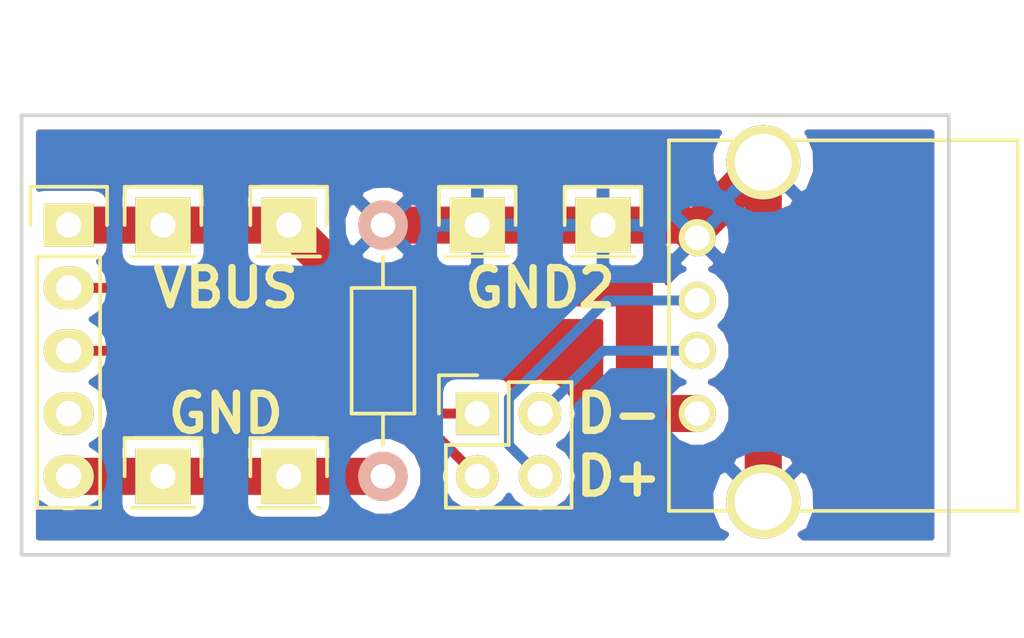
<source format=kicad_pcb>
(kicad_pcb (version 4) (host pcbnew 4.0.2+dfsg1-stable)

  (general
    (links 15)
    (no_connects 0)
    (area 132.964286 90.95 174.715001 117.18)
    (thickness 1.6)
    (drawings 9)
    (tracks 30)
    (zones 0)
    (modules 10)
    (nets 8)
  )

  (page A4)
  (layers
    (0 F.Cu signal)
    (31 B.Cu signal)
    (32 B.Adhes user)
    (33 F.Adhes user)
    (34 B.Paste user)
    (35 F.Paste user)
    (36 B.SilkS user)
    (37 F.SilkS user)
    (38 B.Mask user)
    (39 F.Mask user)
    (40 Dwgs.User user)
    (41 Cmts.User user)
    (42 Eco1.User user)
    (43 Eco2.User user)
    (44 Edge.Cuts user)
    (45 Margin user)
    (46 B.CrtYd user)
    (47 F.CrtYd user)
    (48 B.Fab user)
    (49 F.Fab user)
  )

  (setup
    (last_trace_width 0.4)
    (trace_clearance 0.2)
    (zone_clearance 0.508)
    (zone_45_only no)
    (trace_min 0.2)
    (segment_width 0.2)
    (edge_width 0.15)
    (via_size 0.6)
    (via_drill 0.4)
    (via_min_size 0.4)
    (via_min_drill 0.3)
    (uvia_size 0.3)
    (uvia_drill 0.1)
    (uvias_allowed no)
    (uvia_min_size 0.2)
    (uvia_min_drill 0.1)
    (pcb_text_width 0.3)
    (pcb_text_size 1.5 1.5)
    (mod_edge_width 0.15)
    (mod_text_size 1 1)
    (mod_text_width 0.15)
    (pad_size 1.524 1.524)
    (pad_drill 0.762)
    (pad_to_mask_clearance 0.2)
    (aux_axis_origin 0 0)
    (visible_elements FFFFFF7F)
    (pcbplotparams
      (layerselection 0x000f0_80000001)
      (usegerberextensions true)
      (excludeedgelayer true)
      (linewidth 0.100000)
      (plotframeref false)
      (viasonmask false)
      (mode 1)
      (useauxorigin false)
      (hpglpennumber 1)
      (hpglpenspeed 20)
      (hpglpendiameter 15)
      (hpglpenoverlay 2)
      (psnegative false)
      (psa4output false)
      (plotreference false)
      (plotvalue true)
      (plotinvisibletext false)
      (padsonsilk false)
      (subtractmaskfromsilk true)
      (outputformat 1)
      (mirror false)
      (drillshape 0)
      (scaleselection 1)
      (outputdirectory ""))
  )

  (net 0 "")
  (net 1 /VCC)
  (net 2 /D-)
  (net 3 /D+)
  (net 4 /GND1)
  (net 5 /GND2)
  (net 6 /D+2)
  (net 7 /D-2)

  (net_class Default "This is the default net class."
    (clearance 0.2)
    (trace_width 0.4)
    (via_dia 0.6)
    (via_drill 0.4)
    (uvia_dia 0.3)
    (uvia_drill 0.1)
    (add_net /D+)
    (add_net /D+2)
    (add_net /D-)
    (add_net /D-2)
  )

  (net_class power ""
    (clearance 0.2)
    (trace_width 1.5)
    (via_dia 0.6)
    (via_drill 0.4)
    (uvia_dia 0.3)
    (uvia_drill 0.1)
    (add_net /GND1)
    (add_net /GND2)
    (add_net /VCC)
  )

  (module Connect:USB_A (layer F.Cu) (tedit 57589701) (tstamp 575887E5)
    (at 161.29 107.95 90)
    (descr "USB A connector")
    (tags "USB USB_A")
    (path /575883C0)
    (fp_text reference P8 (at -2.54 -2.35 90) (layer F.SilkS) hide
      (effects (font (size 1 1) (thickness 0.15)))
    )
    (fp_text value USB_A (at 3.83794 7.43458 90) (layer F.Fab)
      (effects (font (size 1 1) (thickness 0.15)))
    )
    (fp_line (start -5.3 13.2) (end -5.3 -1.4) (layer F.CrtYd) (width 0.05))
    (fp_line (start 11.95 -1.4) (end 11.95 13.2) (layer F.CrtYd) (width 0.05))
    (fp_line (start -5.3 13.2) (end 11.95 13.2) (layer F.CrtYd) (width 0.05))
    (fp_line (start -5.3 -1.4) (end 11.95 -1.4) (layer F.CrtYd) (width 0.05))
    (fp_line (start 11.04986 -1.14512) (end 11.04986 12.95188) (layer F.SilkS) (width 0.15))
    (fp_line (start -3.93614 12.95188) (end -3.93614 -1.14512) (layer F.SilkS) (width 0.15))
    (fp_line (start 11.04986 -1.14512) (end -3.93614 -1.14512) (layer F.SilkS) (width 0.15))
    (fp_line (start 11.04986 12.95188) (end -3.93614 12.95188) (layer F.SilkS) (width 0.15))
    (pad 4 thru_hole circle (at 7.11286 -0.00212) (size 1.50114 1.50114) (drill 1.00076) (layers *.Cu *.Mask F.SilkS)
      (net 5 /GND2))
    (pad 3 thru_hole circle (at 4.57286 -0.00212) (size 1.50114 1.50114) (drill 1.00076) (layers *.Cu *.Mask F.SilkS)
      (net 6 /D+2))
    (pad 2 thru_hole circle (at 2.54086 -0.00212) (size 1.50114 1.50114) (drill 1.00076) (layers *.Cu *.Mask F.SilkS)
      (net 7 /D-2))
    (pad 1 thru_hole circle (at 0.00086 -0.00212) (size 1.50114 1.50114) (drill 1.00076) (layers *.Cu *.Mask F.SilkS)
      (net 1 /VCC))
    (pad 5 thru_hole circle (at 10.16086 2.66488) (size 2.99974 2.99974) (drill 2.30124) (layers *.Cu *.Mask F.SilkS)
      (net 5 /GND2))
    (pad 5 thru_hole circle (at -3.55514 2.66488) (size 2.99974 2.99974) (drill 2.30124) (layers *.Cu *.Mask F.SilkS)
      (net 5 /GND2))
    (model Connect.3dshapes/USB_A.wrl
      (at (xyz 0.14 0 0))
      (scale (xyz 1 1 1))
      (rotate (xyz 0 0 90))
    )
  )

  (module Pin_Headers:Pin_Header_Straight_1x01 (layer F.Cu) (tedit 57589753) (tstamp 575887C2)
    (at 144.78 110.49)
    (descr "Through hole pin header")
    (tags "pin header")
    (path /575885CC)
    (fp_text reference P2 (at 0 -2.54) (layer F.SilkS) hide
      (effects (font (size 1 1) (thickness 0.15)))
    )
    (fp_text value CONN_01X01 (at 0 5.715) (layer F.Fab)
      (effects (font (size 1 1) (thickness 0.15)))
    )
    (fp_line (start 1.55 -1.55) (end 1.55 0) (layer F.SilkS) (width 0.15))
    (fp_line (start -1.75 -1.75) (end -1.75 1.75) (layer F.CrtYd) (width 0.05))
    (fp_line (start 1.75 -1.75) (end 1.75 1.75) (layer F.CrtYd) (width 0.05))
    (fp_line (start -1.75 -1.75) (end 1.75 -1.75) (layer F.CrtYd) (width 0.05))
    (fp_line (start -1.75 1.75) (end 1.75 1.75) (layer F.CrtYd) (width 0.05))
    (fp_line (start -1.55 0) (end -1.55 -1.55) (layer F.SilkS) (width 0.15))
    (fp_line (start -1.55 -1.55) (end 1.55 -1.55) (layer F.SilkS) (width 0.15))
    (fp_line (start -1.27 1.27) (end 1.27 1.27) (layer F.SilkS) (width 0.15))
    (pad 1 thru_hole rect (at 0 0) (size 2.2352 2.2352) (drill 1.016) (layers *.Cu *.Mask F.SilkS)
      (net 4 /GND1))
    (model Pin_Headers.3dshapes/Pin_Header_Straight_1x01.wrl
      (at (xyz 0 0 0))
      (scale (xyz 1 1 1))
      (rotate (xyz 0 0 90))
    )
  )

  (module Pin_Headers:Pin_Header_Straight_1x01 (layer F.Cu) (tedit 57589755) (tstamp 575887C7)
    (at 139.7 110.49)
    (descr "Through hole pin header")
    (tags "pin header")
    (path /5758862B)
    (fp_text reference P3 (at 0 -2.54) (layer F.SilkS) hide
      (effects (font (size 1 1) (thickness 0.15)))
    )
    (fp_text value CONN_01X01 (at 0 4.445) (layer F.Fab)
      (effects (font (size 1 1) (thickness 0.15)))
    )
    (fp_line (start 1.55 -1.55) (end 1.55 0) (layer F.SilkS) (width 0.15))
    (fp_line (start -1.75 -1.75) (end -1.75 1.75) (layer F.CrtYd) (width 0.05))
    (fp_line (start 1.75 -1.75) (end 1.75 1.75) (layer F.CrtYd) (width 0.05))
    (fp_line (start -1.75 -1.75) (end 1.75 -1.75) (layer F.CrtYd) (width 0.05))
    (fp_line (start -1.75 1.75) (end 1.75 1.75) (layer F.CrtYd) (width 0.05))
    (fp_line (start -1.55 0) (end -1.55 -1.55) (layer F.SilkS) (width 0.15))
    (fp_line (start -1.55 -1.55) (end 1.55 -1.55) (layer F.SilkS) (width 0.15))
    (fp_line (start -1.27 1.27) (end 1.27 1.27) (layer F.SilkS) (width 0.15))
    (pad 1 thru_hole rect (at 0 0) (size 2.2352 2.2352) (drill 1.016) (layers *.Cu *.Mask F.SilkS)
      (net 4 /GND1))
    (model Pin_Headers.3dshapes/Pin_Header_Straight_1x01.wrl
      (at (xyz 0 0 0))
      (scale (xyz 1 1 1))
      (rotate (xyz 0 0 90))
    )
  )

  (module Pin_Headers:Pin_Header_Straight_1x01 (layer F.Cu) (tedit 5758975C) (tstamp 575887CC)
    (at 144.78 100.33)
    (descr "Through hole pin header")
    (tags "pin header")
    (path /57588538)
    (fp_text reference P4 (at 0 -2.54) (layer F.SilkS) hide
      (effects (font (size 1 1) (thickness 0.15)))
    )
    (fp_text value CONN_01X01 (at 0 -5.715) (layer F.Fab)
      (effects (font (size 1 1) (thickness 0.15)))
    )
    (fp_line (start 1.55 -1.55) (end 1.55 0) (layer F.SilkS) (width 0.15))
    (fp_line (start -1.75 -1.75) (end -1.75 1.75) (layer F.CrtYd) (width 0.05))
    (fp_line (start 1.75 -1.75) (end 1.75 1.75) (layer F.CrtYd) (width 0.05))
    (fp_line (start -1.75 -1.75) (end 1.75 -1.75) (layer F.CrtYd) (width 0.05))
    (fp_line (start -1.75 1.75) (end 1.75 1.75) (layer F.CrtYd) (width 0.05))
    (fp_line (start -1.55 0) (end -1.55 -1.55) (layer F.SilkS) (width 0.15))
    (fp_line (start -1.55 -1.55) (end 1.55 -1.55) (layer F.SilkS) (width 0.15))
    (fp_line (start -1.27 1.27) (end 1.27 1.27) (layer F.SilkS) (width 0.15))
    (pad 1 thru_hole rect (at 0 0) (size 2.2352 2.2352) (drill 1.016) (layers *.Cu *.Mask F.SilkS)
      (net 1 /VCC))
    (model Pin_Headers.3dshapes/Pin_Header_Straight_1x01.wrl
      (at (xyz 0 0 0))
      (scale (xyz 1 1 1))
      (rotate (xyz 0 0 90))
    )
  )

  (module Pin_Headers:Pin_Header_Straight_1x01 (layer F.Cu) (tedit 57589760) (tstamp 575887D1)
    (at 157.48 100.33)
    (descr "Through hole pin header")
    (tags "pin header")
    (path /5758867A)
    (fp_text reference P5 (at 0 -2.54) (layer F.SilkS) hide
      (effects (font (size 1 1) (thickness 0.15)))
    )
    (fp_text value CONN_01X01 (at 0 -5.715) (layer F.Fab)
      (effects (font (size 1 1) (thickness 0.15)))
    )
    (fp_line (start 1.55 -1.55) (end 1.55 0) (layer F.SilkS) (width 0.15))
    (fp_line (start -1.75 -1.75) (end -1.75 1.75) (layer F.CrtYd) (width 0.05))
    (fp_line (start 1.75 -1.75) (end 1.75 1.75) (layer F.CrtYd) (width 0.05))
    (fp_line (start -1.75 -1.75) (end 1.75 -1.75) (layer F.CrtYd) (width 0.05))
    (fp_line (start -1.75 1.75) (end 1.75 1.75) (layer F.CrtYd) (width 0.05))
    (fp_line (start -1.55 0) (end -1.55 -1.55) (layer F.SilkS) (width 0.15))
    (fp_line (start -1.55 -1.55) (end 1.55 -1.55) (layer F.SilkS) (width 0.15))
    (fp_line (start -1.27 1.27) (end 1.27 1.27) (layer F.SilkS) (width 0.15))
    (pad 1 thru_hole rect (at 0 0) (size 2.2352 2.2352) (drill 1.016) (layers *.Cu *.Mask F.SilkS)
      (net 5 /GND2))
    (model Pin_Headers.3dshapes/Pin_Header_Straight_1x01.wrl
      (at (xyz 0 0 0))
      (scale (xyz 1 1 1))
      (rotate (xyz 0 0 90))
    )
  )

  (module Pin_Headers:Pin_Header_Straight_1x01 (layer F.Cu) (tedit 57589759) (tstamp 575887D6)
    (at 139.7 100.33)
    (descr "Through hole pin header")
    (tags "pin header")
    (path /57588563)
    (fp_text reference P6 (at 0 -2.54) (layer F.SilkS) hide
      (effects (font (size 1 1) (thickness 0.15)))
    )
    (fp_text value CONN_01X01 (at 0 -8.255) (layer F.Fab)
      (effects (font (size 1 1) (thickness 0.15)))
    )
    (fp_line (start 1.55 -1.55) (end 1.55 0) (layer F.SilkS) (width 0.15))
    (fp_line (start -1.75 -1.75) (end -1.75 1.75) (layer F.CrtYd) (width 0.05))
    (fp_line (start 1.75 -1.75) (end 1.75 1.75) (layer F.CrtYd) (width 0.05))
    (fp_line (start -1.75 -1.75) (end 1.75 -1.75) (layer F.CrtYd) (width 0.05))
    (fp_line (start -1.75 1.75) (end 1.75 1.75) (layer F.CrtYd) (width 0.05))
    (fp_line (start -1.55 0) (end -1.55 -1.55) (layer F.SilkS) (width 0.15))
    (fp_line (start -1.55 -1.55) (end 1.55 -1.55) (layer F.SilkS) (width 0.15))
    (fp_line (start -1.27 1.27) (end 1.27 1.27) (layer F.SilkS) (width 0.15))
    (pad 1 thru_hole rect (at 0 0) (size 2.2352 2.2352) (drill 1.016) (layers *.Cu *.Mask F.SilkS)
      (net 1 /VCC))
    (model Pin_Headers.3dshapes/Pin_Header_Straight_1x01.wrl
      (at (xyz 0 0 0))
      (scale (xyz 1 1 1))
      (rotate (xyz 0 0 90))
    )
  )

  (module Pin_Headers:Pin_Header_Straight_1x01 (layer F.Cu) (tedit 5758975E) (tstamp 575887DB)
    (at 152.4 100.33)
    (descr "Through hole pin header")
    (tags "pin header")
    (path /575886BF)
    (fp_text reference P7 (at 0 -2.54) (layer F.SilkS) hide
      (effects (font (size 1 1) (thickness 0.15)))
    )
    (fp_text value CONN_01X01 (at 0 -7.62) (layer F.Fab)
      (effects (font (size 1 1) (thickness 0.15)))
    )
    (fp_line (start 1.55 -1.55) (end 1.55 0) (layer F.SilkS) (width 0.15))
    (fp_line (start -1.75 -1.75) (end -1.75 1.75) (layer F.CrtYd) (width 0.05))
    (fp_line (start 1.75 -1.75) (end 1.75 1.75) (layer F.CrtYd) (width 0.05))
    (fp_line (start -1.75 -1.75) (end 1.75 -1.75) (layer F.CrtYd) (width 0.05))
    (fp_line (start -1.75 1.75) (end 1.75 1.75) (layer F.CrtYd) (width 0.05))
    (fp_line (start -1.55 0) (end -1.55 -1.55) (layer F.SilkS) (width 0.15))
    (fp_line (start -1.55 -1.55) (end 1.55 -1.55) (layer F.SilkS) (width 0.15))
    (fp_line (start -1.27 1.27) (end 1.27 1.27) (layer F.SilkS) (width 0.15))
    (pad 1 thru_hole rect (at 0 0) (size 2.2352 2.2352) (drill 1.016) (layers *.Cu *.Mask F.SilkS)
      (net 5 /GND2))
    (model Pin_Headers.3dshapes/Pin_Header_Straight_1x01.wrl
      (at (xyz 0 0 0))
      (scale (xyz 1 1 1))
      (rotate (xyz 0 0 90))
    )
  )

  (module Resistors_ThroughHole:Resistor_Horizontal_RM10mm (layer F.Cu) (tedit 57589703) (tstamp 575887EB)
    (at 148.59 100.33 270)
    (descr "Resistor, Axial,  RM 10mm, 1/3W")
    (tags "Resistor Axial RM 10mm 1/3W")
    (path /575884BB)
    (fp_text reference R1 (at 6.35 -2.54 270) (layer F.SilkS) hide
      (effects (font (size 1 1) (thickness 0.15)))
    )
    (fp_text value R (at -2.54 0 270) (layer F.Fab)
      (effects (font (size 1 1) (thickness 0.15)))
    )
    (fp_line (start -1.25 -1.5) (end 11.4 -1.5) (layer F.CrtYd) (width 0.05))
    (fp_line (start -1.25 1.5) (end -1.25 -1.5) (layer F.CrtYd) (width 0.05))
    (fp_line (start 11.4 -1.5) (end 11.4 1.5) (layer F.CrtYd) (width 0.05))
    (fp_line (start -1.25 1.5) (end 11.4 1.5) (layer F.CrtYd) (width 0.05))
    (fp_line (start 2.54 -1.27) (end 7.62 -1.27) (layer F.SilkS) (width 0.15))
    (fp_line (start 7.62 -1.27) (end 7.62 1.27) (layer F.SilkS) (width 0.15))
    (fp_line (start 7.62 1.27) (end 2.54 1.27) (layer F.SilkS) (width 0.15))
    (fp_line (start 2.54 1.27) (end 2.54 -1.27) (layer F.SilkS) (width 0.15))
    (fp_line (start 2.54 0) (end 1.27 0) (layer F.SilkS) (width 0.15))
    (fp_line (start 7.62 0) (end 8.89 0) (layer F.SilkS) (width 0.15))
    (pad 1 thru_hole circle (at 0 0 270) (size 1.99898 1.99898) (drill 1.00076) (layers *.Cu *.SilkS *.Mask)
      (net 5 /GND2))
    (pad 2 thru_hole circle (at 10.16 0 270) (size 1.99898 1.99898) (drill 1.00076) (layers *.Cu *.SilkS *.Mask)
      (net 4 /GND1))
    (model Resistors_ThroughHole.3dshapes/Resistor_Horizontal_RM10mm.wrl
      (at (xyz 0.2 0 0))
      (scale (xyz 0.4 0.4 0.4))
      (rotate (xyz 0 0 0))
    )
  )

  (module Pin_Headers:Pin_Header_Straight_1x05 (layer F.Cu) (tedit 57589B05) (tstamp 57589A53)
    (at 135.89 100.33)
    (descr "Through hole pin header")
    (tags "pin header")
    (path /57588365)
    (fp_text reference P1 (at 0 -5.1) (layer F.SilkS) hide
      (effects (font (size 1 1) (thickness 0.15)))
    )
    (fp_text value USB_OTG (at 0.635 -5.715) (layer F.Fab)
      (effects (font (size 1 1) (thickness 0.15)))
    )
    (fp_line (start -1.55 0) (end -1.55 -1.55) (layer F.SilkS) (width 0.15))
    (fp_line (start -1.55 -1.55) (end 1.55 -1.55) (layer F.SilkS) (width 0.15))
    (fp_line (start 1.55 -1.55) (end 1.55 0) (layer F.SilkS) (width 0.15))
    (fp_line (start -1.75 -1.75) (end -1.75 11.95) (layer F.CrtYd) (width 0.05))
    (fp_line (start 1.75 -1.75) (end 1.75 11.95) (layer F.CrtYd) (width 0.05))
    (fp_line (start -1.75 -1.75) (end 1.75 -1.75) (layer F.CrtYd) (width 0.05))
    (fp_line (start -1.75 11.95) (end 1.75 11.95) (layer F.CrtYd) (width 0.05))
    (fp_line (start 1.27 1.27) (end 1.27 11.43) (layer F.SilkS) (width 0.15))
    (fp_line (start 1.27 11.43) (end -1.27 11.43) (layer F.SilkS) (width 0.15))
    (fp_line (start -1.27 11.43) (end -1.27 1.27) (layer F.SilkS) (width 0.15))
    (fp_line (start 1.27 1.27) (end -1.27 1.27) (layer F.SilkS) (width 0.15))
    (pad 1 thru_hole rect (at 0 0) (size 2.032 1.7272) (drill 1.016) (layers *.Cu *.Mask F.SilkS)
      (net 1 /VCC))
    (pad 2 thru_hole oval (at 0 2.54) (size 2.032 1.7272) (drill 1.016) (layers *.Cu *.Mask F.SilkS)
      (net 2 /D-))
    (pad 3 thru_hole oval (at 0 5.08) (size 2.032 1.7272) (drill 1.016) (layers *.Cu *.Mask F.SilkS)
      (net 3 /D+))
    (pad 4 thru_hole oval (at 0 7.62) (size 2.032 1.7272) (drill 1.016) (layers *.Cu *.Mask F.SilkS))
    (pad 5 thru_hole oval (at 0 10.16) (size 2.032 1.7272) (drill 1.016) (layers *.Cu *.Mask F.SilkS)
      (net 4 /GND1))
    (model Pin_Headers.3dshapes/Pin_Header_Straight_1x05.wrl
      (at (xyz 0 -0.2 0))
      (scale (xyz 1 1 1))
      (rotate (xyz 0 0 90))
    )
  )

  (module Pin_Headers:Pin_Header_Straight_2x02 (layer F.Cu) (tedit 578A0AD0) (tstamp 575B49C8)
    (at 152.4 107.95)
    (descr "Through hole pin header")
    (tags "pin header")
    (path /575AA269)
    (fp_text reference P9 (at 0 -5.1) (layer F.SilkS) hide
      (effects (font (size 1 1) (thickness 0.15)))
    )
    (fp_text value CONN_02X02 (at 1.27 6.985) (layer F.Fab)
      (effects (font (size 1 1) (thickness 0.15)))
    )
    (fp_line (start -1.75 -1.75) (end -1.75 4.3) (layer F.CrtYd) (width 0.05))
    (fp_line (start 4.3 -1.75) (end 4.3 4.3) (layer F.CrtYd) (width 0.05))
    (fp_line (start -1.75 -1.75) (end 4.3 -1.75) (layer F.CrtYd) (width 0.05))
    (fp_line (start -1.75 4.3) (end 4.3 4.3) (layer F.CrtYd) (width 0.05))
    (fp_line (start -1.55 0) (end -1.55 -1.55) (layer F.SilkS) (width 0.15))
    (fp_line (start 0 -1.55) (end -1.55 -1.55) (layer F.SilkS) (width 0.15))
    (fp_line (start -1.27 1.27) (end 1.27 1.27) (layer F.SilkS) (width 0.15))
    (fp_line (start 1.27 1.27) (end 1.27 -1.27) (layer F.SilkS) (width 0.15))
    (fp_line (start 1.27 -1.27) (end 3.81 -1.27) (layer F.SilkS) (width 0.15))
    (fp_line (start 3.81 -1.27) (end 3.81 3.81) (layer F.SilkS) (width 0.15))
    (fp_line (start 3.81 3.81) (end -1.27 3.81) (layer F.SilkS) (width 0.15))
    (fp_line (start -1.27 3.81) (end -1.27 1.27) (layer F.SilkS) (width 0.15))
    (pad 1 thru_hole rect (at 0 0) (size 1.7272 1.7272) (drill 1.016) (layers *.Cu *.Mask F.SilkS)
      (net 2 /D-))
    (pad 2 thru_hole oval (at 2.54 0) (size 1.7272 1.7272) (drill 1.016) (layers *.Cu *.Mask F.SilkS)
      (net 7 /D-2))
    (pad 3 thru_hole oval (at 0 2.54) (size 1.7272 1.7272) (drill 1.016) (layers *.Cu *.Mask F.SilkS)
      (net 3 /D+))
    (pad 4 thru_hole oval (at 2.54 2.54) (size 1.7272 1.7272) (drill 1.016) (layers *.Cu *.Mask F.SilkS)
      (net 6 /D+2))
    (model Pin_Headers.3dshapes/Pin_Header_Straight_2x02.wrl
      (at (xyz 0.05 -0.05 0))
      (scale (xyz 1 1 1))
      (rotate (xyz 0 0 90))
    )
  )

  (gr_text D+ (at 158.115 110.49) (layer F.SilkS)
    (effects (font (size 1.5 1.5) (thickness 0.3)))
  )
  (gr_text D- (at 158.115 107.95) (layer F.SilkS)
    (effects (font (size 1.5 1.5) (thickness 0.3)))
  )
  (gr_text GND2 (at 154.94 102.87) (layer F.SilkS)
    (effects (font (size 1.5 1.5) (thickness 0.3)))
  )
  (gr_text VBUS (at 142.24 102.87) (layer F.SilkS)
    (effects (font (size 1.5 1.5) (thickness 0.3)))
  )
  (gr_text GND (at 142.24 107.95) (layer F.SilkS)
    (effects (font (size 1.5 1.5) (thickness 0.3)))
  )
  (gr_line (start 171.45 113.665) (end 171.45 95.885) (layer Edge.Cuts) (width 0.15))
  (gr_line (start 133.985 113.665) (end 171.45 113.665) (layer Edge.Cuts) (width 0.15))
  (gr_line (start 133.985 95.885) (end 133.985 113.665) (layer Edge.Cuts) (width 0.15))
  (gr_line (start 171.45 95.885) (end 133.985 95.885) (layer Edge.Cuts) (width 0.15))

  (segment (start 135.89 100.33) (end 139.7 100.33) (width 1.5) (layer F.Cu) (net 1))
  (segment (start 139.7 100.33) (end 144.78 100.33) (width 1.5) (layer F.Cu) (net 1))
  (segment (start 144.78 100.33) (end 147.32 102.87) (width 1.5) (layer F.Cu) (net 1) (tstamp 57588E41))
  (segment (start 147.32 102.87) (end 158.75 102.87) (width 1.5) (layer F.Cu) (net 1) (tstamp 57588E42))
  (segment (start 158.75 102.87) (end 158.75 107.95) (width 1.5) (layer F.Cu) (net 1) (tstamp 57588E4C))
  (segment (start 158.75 107.95) (end 158.75086 107.94914) (width 1.5) (layer F.Cu) (net 1) (tstamp 57588E4E))
  (segment (start 158.75086 107.94914) (end 161.28788 107.94914) (width 1.5) (layer F.Cu) (net 1) (tstamp 57588E53))
  (segment (start 135.89 102.87) (end 145.693642 102.87) (width 0.4) (layer F.Cu) (net 2))
  (segment (start 145.693642 102.87) (end 150.773642 107.95) (width 0.4) (layer F.Cu) (net 2))
  (segment (start 150.773642 107.95) (end 151.1364 107.95) (width 0.4) (layer F.Cu) (net 2))
  (segment (start 151.1364 107.95) (end 152.4 107.95) (width 0.4) (layer F.Cu) (net 2))
  (segment (start 135.89 105.41) (end 147.32 105.41) (width 0.4) (layer F.Cu) (net 3))
  (segment (start 147.32 105.41) (end 152.4 110.49) (width 0.4) (layer F.Cu) (net 3))
  (segment (start 139.7 110.49) (end 135.89 110.49) (width 1.5) (layer F.Cu) (net 4))
  (segment (start 148.59 110.49) (end 144.78 110.49) (width 1.5) (layer F.Cu) (net 4))
  (segment (start 144.78 110.49) (end 139.7 110.49) (width 1.5) (layer F.Cu) (net 4) (tstamp 57588DD5))
  (segment (start 157.48 100.33) (end 160.78074 100.33) (width 1.5) (layer F.Cu) (net 5))
  (segment (start 160.78074 100.33) (end 161.28788 100.83714) (width 1.5) (layer F.Cu) (net 5) (tstamp 57588DC6))
  (segment (start 161.28788 100.83714) (end 161.28788 100.45614) (width 1.5) (layer F.Cu) (net 5))
  (segment (start 161.28788 100.45614) (end 163.95488 97.78914) (width 1.5) (layer F.Cu) (net 5) (tstamp 57588DA3))
  (segment (start 163.95488 97.78914) (end 163.95488 111.50514) (width 1.5) (layer F.Cu) (net 5) (tstamp 57588DB3))
  (segment (start 148.59 100.33) (end 152.4 100.33) (width 1.5) (layer F.Cu) (net 5))
  (segment (start 152.4 100.33) (end 157.48 100.33) (width 1.5) (layer F.Cu) (net 5) (tstamp 57588D96))
  (segment (start 154.94 110.49) (end 153.676399 109.226399) (width 0.4) (layer B.Cu) (net 6))
  (segment (start 153.676399 109.226399) (end 153.676399 107.343471) (width 0.4) (layer B.Cu) (net 6))
  (segment (start 153.676399 107.343471) (end 157.64273 103.37714) (width 0.4) (layer B.Cu) (net 6))
  (segment (start 157.64273 103.37714) (end 160.226414 103.37714) (width 0.4) (layer B.Cu) (net 6))
  (segment (start 160.226414 103.37714) (end 161.28788 103.37714) (width 0.4) (layer B.Cu) (net 6))
  (segment (start 154.94 107.95) (end 157.48086 105.40914) (width 0.4) (layer B.Cu) (net 7))
  (segment (start 157.48086 105.40914) (end 161.28788 105.40914) (width 0.4) (layer B.Cu) (net 7))

  (zone (net 5) (net_name /GND2) (layer F.Cu) (tstamp 0) (hatch edge 0.508)
    (connect_pads (clearance 0.508))
    (min_thickness 0.254)
    (fill yes (arc_segments 16) (thermal_gap 0.508) (thermal_bridge_width 0.508))
    (polygon
      (pts
        (xy 171.45 95.885) (xy 133.985 95.885) (xy 133.985 113.665) (xy 171.45 113.665)
      )
    )
    (filled_polygon
      (pts
        (xy 162.122248 96.614635) (xy 161.812285 97.405357) (xy 161.828513 98.254506) (xy 162.122248 98.963645) (xy 162.441003 99.123412)
        (xy 163.775275 97.78914) (xy 163.761133 97.774998) (xy 163.940738 97.595393) (xy 163.95488 97.609535) (xy 163.969023 97.595393)
        (xy 164.148628 97.774998) (xy 164.134485 97.78914) (xy 165.468757 99.123412) (xy 165.787512 98.963645) (xy 166.097475 98.172923)
        (xy 166.081247 97.323774) (xy 165.787512 96.614635) (xy 165.748338 96.595) (xy 170.74 96.595) (xy 170.74 112.955)
        (xy 165.579812 112.955) (xy 165.58208 112.952732) (xy 165.468759 112.839411) (xy 165.787512 112.679645) (xy 166.097475 111.888923)
        (xy 166.081247 111.039774) (xy 165.787512 110.330635) (xy 165.468757 110.170868) (xy 164.134485 111.50514) (xy 164.148628 111.519283)
        (xy 163.969023 111.698888) (xy 163.95488 111.684745) (xy 163.940738 111.698888) (xy 163.761133 111.519283) (xy 163.775275 111.50514)
        (xy 162.441003 110.170868) (xy 162.122248 110.330635) (xy 161.812285 111.121357) (xy 161.828513 111.970506) (xy 162.122248 112.679645)
        (xy 162.441001 112.839411) (xy 162.32768 112.952732) (xy 162.329948 112.955) (xy 134.695 112.955) (xy 134.695 111.582688)
        (xy 135.131766 111.874526) (xy 135.705255 111.9886) (xy 136.074745 111.9886) (xy 136.645851 111.875) (xy 137.999883 111.875)
        (xy 138.11831 112.059041) (xy 138.33051 112.204031) (xy 138.5824 112.25504) (xy 140.8176 112.25504) (xy 141.052917 112.210762)
        (xy 141.269041 112.07169) (xy 141.403433 111.875) (xy 143.079883 111.875) (xy 143.19831 112.059041) (xy 143.41051 112.204031)
        (xy 143.6624 112.25504) (xy 145.8976 112.25504) (xy 146.132917 112.210762) (xy 146.349041 112.07169) (xy 146.483433 111.875)
        (xy 147.663298 111.875) (xy 148.263453 112.124206) (xy 148.913694 112.124774) (xy 149.514655 111.876462) (xy 149.974846 111.417073)
        (xy 150.224206 110.816547) (xy 150.224774 110.166306) (xy 149.976462 109.565345) (xy 149.517073 109.105154) (xy 148.916547 108.855794)
        (xy 148.266306 108.855226) (xy 147.665345 109.103538) (xy 147.66388 109.105) (xy 146.480117 109.105) (xy 146.36169 108.920959)
        (xy 146.14949 108.775969) (xy 145.8976 108.72496) (xy 143.6624 108.72496) (xy 143.427083 108.769238) (xy 143.210959 108.90831)
        (xy 143.076567 109.105) (xy 141.400117 109.105) (xy 141.28169 108.920959) (xy 141.06949 108.775969) (xy 140.8176 108.72496)
        (xy 138.5824 108.72496) (xy 138.347083 108.769238) (xy 138.130959 108.90831) (xy 137.996567 109.105) (xy 136.991744 109.105)
        (xy 137.134415 109.00967) (xy 137.459271 108.523489) (xy 137.573345 107.95) (xy 137.459271 107.376511) (xy 137.134415 106.89033)
        (xy 136.819634 106.68) (xy 137.134415 106.46967) (xy 137.284535 106.245) (xy 146.974132 106.245) (xy 150.929627 110.200495)
        (xy 150.872041 110.49) (xy 150.986115 111.063489) (xy 151.310971 111.54967) (xy 151.797152 111.874526) (xy 152.370641 111.9886)
        (xy 152.429359 111.9886) (xy 153.002848 111.874526) (xy 153.489029 111.54967) (xy 153.67 111.278828) (xy 153.850971 111.54967)
        (xy 154.337152 111.874526) (xy 154.910641 111.9886) (xy 154.969359 111.9886) (xy 155.542848 111.874526) (xy 156.029029 111.54967)
        (xy 156.353885 111.063489) (xy 156.467959 110.49) (xy 156.368755 109.991263) (xy 162.620608 109.991263) (xy 163.95488 111.325535)
        (xy 165.289152 109.991263) (xy 165.129385 109.672508) (xy 164.338663 109.362545) (xy 163.489514 109.378773) (xy 162.780375 109.672508)
        (xy 162.620608 109.991263) (xy 156.368755 109.991263) (xy 156.353885 109.916511) (xy 156.029029 109.43033) (xy 155.714248 109.22)
        (xy 156.029029 109.00967) (xy 156.353885 108.523489) (xy 156.467959 107.95) (xy 156.353885 107.376511) (xy 156.029029 106.89033)
        (xy 155.542848 106.565474) (xy 154.969359 106.4514) (xy 154.910641 106.4514) (xy 154.337152 106.565474) (xy 153.871558 106.876574)
        (xy 153.866762 106.851083) (xy 153.72769 106.634959) (xy 153.51549 106.489969) (xy 153.2636 106.43896) (xy 151.5364 106.43896)
        (xy 151.301083 106.483238) (xy 151.084959 106.62231) (xy 150.939969 106.83451) (xy 150.922969 106.918459) (xy 148.25951 104.255)
        (xy 157.365 104.255) (xy 157.365 107.95) (xy 157.470427 108.480017) (xy 157.770657 108.929343) (xy 158.219983 109.229573)
        (xy 158.75 109.335) (xy 158.754324 109.33414) (xy 161.010272 109.33414) (xy 161.011064 109.334469) (xy 161.562278 109.33495)
        (xy 162.071717 109.124454) (xy 162.461824 108.735027) (xy 162.673209 108.225956) (xy 162.67369 107.674742) (xy 162.463194 107.165303)
        (xy 162.073767 106.775196) (xy 161.842499 106.679165) (xy 162.071717 106.584454) (xy 162.461824 106.195027) (xy 162.673209 105.685956)
        (xy 162.67369 105.134742) (xy 162.463194 104.625303) (xy 162.231373 104.393077) (xy 162.461824 104.163027) (xy 162.673209 103.653956)
        (xy 162.67369 103.102742) (xy 162.463194 102.593303) (xy 162.073767 102.203196) (xy 161.858384 102.113761) (xy 162.012145 102.050071)
        (xy 162.080205 101.80907) (xy 161.28788 101.016745) (xy 160.495555 101.80907) (xy 160.563615 102.050071) (xy 160.72892 102.108909)
        (xy 160.504043 102.201826) (xy 160.113936 102.591253) (xy 160.09069 102.647237) (xy 160.029573 102.339983) (xy 159.729343 101.890657)
        (xy 159.280017 101.590427) (xy 159.229889 101.580456) (xy 159.2326 101.57391) (xy 159.2326 100.632174) (xy 159.890113 100.632174)
        (xy 159.918075 101.182678) (xy 160.074949 101.561405) (xy 160.31595 101.629465) (xy 161.108275 100.83714) (xy 161.467485 100.83714)
        (xy 162.25981 101.629465) (xy 162.500811 101.561405) (xy 162.685647 101.042106) (xy 162.657685 100.491602) (xy 162.500811 100.112875)
        (xy 162.25981 100.044815) (xy 161.467485 100.83714) (xy 161.108275 100.83714) (xy 160.31595 100.044815) (xy 160.074949 100.112875)
        (xy 159.890113 100.632174) (xy 159.2326 100.632174) (xy 159.2326 100.61575) (xy 159.07385 100.457) (xy 157.607 100.457)
        (xy 157.607 100.477) (xy 157.353 100.477) (xy 157.353 100.457) (xy 155.88615 100.457) (xy 155.7274 100.61575)
        (xy 155.7274 101.485) (xy 154.1526 101.485) (xy 154.1526 100.61575) (xy 153.99385 100.457) (xy 152.527 100.457)
        (xy 152.527 100.477) (xy 152.273 100.477) (xy 152.273 100.457) (xy 150.80615 100.457) (xy 150.6474 100.61575)
        (xy 150.6474 101.485) (xy 149.788284 101.485) (xy 149.856446 101.416838) (xy 149.742164 101.302556) (xy 150.008965 101.203958)
        (xy 150.235401 100.594418) (xy 150.211341 99.944623) (xy 150.008965 99.456042) (xy 149.742163 99.357443) (xy 148.769605 100.33)
        (xy 148.783748 100.344142) (xy 148.604142 100.523748) (xy 148.59 100.509605) (xy 148.575858 100.523748) (xy 148.396252 100.344142)
        (xy 148.410395 100.33) (xy 147.437837 99.357443) (xy 147.171035 99.456042) (xy 146.944599 100.065582) (xy 146.962684 100.553998)
        (xy 146.54504 100.136354) (xy 146.54504 99.2124) (xy 146.538537 99.177837) (xy 147.617443 99.177837) (xy 148.59 100.150395)
        (xy 149.562557 99.177837) (xy 149.528652 99.08609) (xy 150.6474 99.08609) (xy 150.6474 100.04425) (xy 150.80615 100.203)
        (xy 152.273 100.203) (xy 152.273 98.73615) (xy 152.527 98.73615) (xy 152.527 100.203) (xy 153.99385 100.203)
        (xy 154.1526 100.04425) (xy 154.1526 99.08609) (xy 155.7274 99.08609) (xy 155.7274 100.04425) (xy 155.88615 100.203)
        (xy 157.353 100.203) (xy 157.353 98.73615) (xy 157.607 98.73615) (xy 157.607 100.203) (xy 159.07385 100.203)
        (xy 159.2326 100.04425) (xy 159.2326 99.86521) (xy 160.495555 99.86521) (xy 161.28788 100.657535) (xy 162.080205 99.86521)
        (xy 162.012145 99.624209) (xy 161.492846 99.439373) (xy 160.942342 99.467335) (xy 160.563615 99.624209) (xy 160.495555 99.86521)
        (xy 159.2326 99.86521) (xy 159.2326 99.303017) (xy 162.620608 99.303017) (xy 162.780375 99.621772) (xy 163.571097 99.931735)
        (xy 164.420246 99.915507) (xy 165.129385 99.621772) (xy 165.289152 99.303017) (xy 163.95488 97.968745) (xy 162.620608 99.303017)
        (xy 159.2326 99.303017) (xy 159.2326 99.08609) (xy 159.135927 98.852701) (xy 158.957298 98.674073) (xy 158.723909 98.5774)
        (xy 157.76575 98.5774) (xy 157.607 98.73615) (xy 157.353 98.73615) (xy 157.19425 98.5774) (xy 156.236091 98.5774)
        (xy 156.002702 98.674073) (xy 155.824073 98.852701) (xy 155.7274 99.08609) (xy 154.1526 99.08609) (xy 154.055927 98.852701)
        (xy 153.877298 98.674073) (xy 153.643909 98.5774) (xy 152.68575 98.5774) (xy 152.527 98.73615) (xy 152.273 98.73615)
        (xy 152.11425 98.5774) (xy 151.156091 98.5774) (xy 150.922702 98.674073) (xy 150.744073 98.852701) (xy 150.6474 99.08609)
        (xy 149.528652 99.08609) (xy 149.463958 98.911035) (xy 148.854418 98.684599) (xy 148.204623 98.708659) (xy 147.716042 98.911035)
        (xy 147.617443 99.177837) (xy 146.538537 99.177837) (xy 146.500762 98.977083) (xy 146.36169 98.760959) (xy 146.14949 98.615969)
        (xy 145.8976 98.56496) (xy 143.6624 98.56496) (xy 143.427083 98.609238) (xy 143.210959 98.74831) (xy 143.076567 98.945)
        (xy 141.400117 98.945) (xy 141.28169 98.760959) (xy 141.06949 98.615969) (xy 140.8176 98.56496) (xy 138.5824 98.56496)
        (xy 138.347083 98.609238) (xy 138.130959 98.74831) (xy 137.996567 98.945) (xy 137.267702 98.945) (xy 137.15789 98.869969)
        (xy 136.906 98.81896) (xy 134.874 98.81896) (xy 134.695 98.852641) (xy 134.695 96.595) (xy 162.161422 96.595)
      )
    )
  )
  (zone (net 5) (net_name /GND2) (layer B.Cu) (tstamp 0) (hatch edge 0.508)
    (connect_pads (clearance 0.508))
    (min_thickness 0.254)
    (fill yes (arc_segments 16) (thermal_gap 0.508) (thermal_bridge_width 0.508))
    (polygon
      (pts
        (xy 171.45 95.885) (xy 133.985 95.885) (xy 133.985 113.665) (xy 171.45 113.665)
      )
    )
    (filled_polygon
      (pts
        (xy 162.122248 96.614635) (xy 161.812285 97.405357) (xy 161.828513 98.254506) (xy 162.122248 98.963645) (xy 162.441003 99.123412)
        (xy 163.775275 97.78914) (xy 163.761133 97.774998) (xy 163.940738 97.595393) (xy 163.95488 97.609535) (xy 163.969023 97.595393)
        (xy 164.148628 97.774998) (xy 164.134485 97.78914) (xy 165.468757 99.123412) (xy 165.787512 98.963645) (xy 166.097475 98.172923)
        (xy 166.081247 97.323774) (xy 165.787512 96.614635) (xy 165.748338 96.595) (xy 170.74 96.595) (xy 170.74 112.955)
        (xy 165.579812 112.955) (xy 165.58208 112.952732) (xy 165.468759 112.839411) (xy 165.787512 112.679645) (xy 166.097475 111.888923)
        (xy 166.081247 111.039774) (xy 165.787512 110.330635) (xy 165.468757 110.170868) (xy 164.134485 111.50514) (xy 164.148628 111.519283)
        (xy 163.969023 111.698888) (xy 163.95488 111.684745) (xy 163.940738 111.698888) (xy 163.761133 111.519283) (xy 163.775275 111.50514)
        (xy 162.441003 110.170868) (xy 162.122248 110.330635) (xy 161.812285 111.121357) (xy 161.828513 111.970506) (xy 162.122248 112.679645)
        (xy 162.441001 112.839411) (xy 162.32768 112.952732) (xy 162.329948 112.955) (xy 134.695 112.955) (xy 134.695 111.582688)
        (xy 135.131766 111.874526) (xy 135.705255 111.9886) (xy 136.074745 111.9886) (xy 136.648234 111.874526) (xy 137.134415 111.54967)
        (xy 137.459271 111.063489) (xy 137.573345 110.49) (xy 137.459271 109.916511) (xy 137.134415 109.43033) (xy 137.047717 109.3724)
        (xy 137.93496 109.3724) (xy 137.93496 111.6076) (xy 137.979238 111.842917) (xy 138.11831 112.059041) (xy 138.33051 112.204031)
        (xy 138.5824 112.25504) (xy 140.8176 112.25504) (xy 141.052917 112.210762) (xy 141.269041 112.07169) (xy 141.414031 111.85949)
        (xy 141.46504 111.6076) (xy 141.46504 109.3724) (xy 143.01496 109.3724) (xy 143.01496 111.6076) (xy 143.059238 111.842917)
        (xy 143.19831 112.059041) (xy 143.41051 112.204031) (xy 143.6624 112.25504) (xy 145.8976 112.25504) (xy 146.132917 112.210762)
        (xy 146.349041 112.07169) (xy 146.494031 111.85949) (xy 146.54504 111.6076) (xy 146.54504 110.813694) (xy 146.955226 110.813694)
        (xy 147.203538 111.414655) (xy 147.662927 111.874846) (xy 148.263453 112.124206) (xy 148.913694 112.124774) (xy 149.514655 111.876462)
        (xy 149.974846 111.417073) (xy 150.224206 110.816547) (xy 150.224491 110.49) (xy 150.872041 110.49) (xy 150.986115 111.063489)
        (xy 151.310971 111.54967) (xy 151.797152 111.874526) (xy 152.370641 111.9886) (xy 152.429359 111.9886) (xy 153.002848 111.874526)
        (xy 153.489029 111.54967) (xy 153.67 111.278828) (xy 153.850971 111.54967) (xy 154.337152 111.874526) (xy 154.910641 111.9886)
        (xy 154.969359 111.9886) (xy 155.542848 111.874526) (xy 156.029029 111.54967) (xy 156.353885 111.063489) (xy 156.467959 110.49)
        (xy 156.368755 109.991263) (xy 162.620608 109.991263) (xy 163.95488 111.325535) (xy 165.289152 109.991263) (xy 165.129385 109.672508)
        (xy 164.338663 109.362545) (xy 163.489514 109.378773) (xy 162.780375 109.672508) (xy 162.620608 109.991263) (xy 156.368755 109.991263)
        (xy 156.353885 109.916511) (xy 156.029029 109.43033) (xy 155.714248 109.22) (xy 156.029029 109.00967) (xy 156.353885 108.523489)
        (xy 156.467959 107.95) (xy 156.410373 107.660495) (xy 157.826728 106.24414) (xy 160.16364 106.24414) (xy 160.501993 106.583084)
        (xy 160.733261 106.679115) (xy 160.504043 106.773826) (xy 160.113936 107.163253) (xy 159.902551 107.672324) (xy 159.90207 108.223538)
        (xy 160.112566 108.732977) (xy 160.501993 109.123084) (xy 161.011064 109.334469) (xy 161.562278 109.33495) (xy 162.071717 109.124454)
        (xy 162.461824 108.735027) (xy 162.673209 108.225956) (xy 162.67369 107.674742) (xy 162.463194 107.165303) (xy 162.073767 106.775196)
        (xy 161.842499 106.679165) (xy 162.071717 106.584454) (xy 162.461824 106.195027) (xy 162.673209 105.685956) (xy 162.67369 105.134742)
        (xy 162.463194 104.625303) (xy 162.231373 104.393077) (xy 162.461824 104.163027) (xy 162.673209 103.653956) (xy 162.67369 103.102742)
        (xy 162.463194 102.593303) (xy 162.073767 102.203196) (xy 161.858384 102.113761) (xy 162.012145 102.050071) (xy 162.080205 101.80907)
        (xy 161.28788 101.016745) (xy 160.495555 101.80907) (xy 160.563615 102.050071) (xy 160.72892 102.108909) (xy 160.504043 102.201826)
        (xy 160.163135 102.54214) (xy 157.64273 102.54214) (xy 157.323189 102.605701) (xy 157.052296 102.786706) (xy 153.377065 106.461937)
        (xy 153.2636 106.43896) (xy 151.5364 106.43896) (xy 151.301083 106.483238) (xy 151.084959 106.62231) (xy 150.939969 106.83451)
        (xy 150.88896 107.0864) (xy 150.88896 108.8136) (xy 150.933238 109.048917) (xy 151.07231 109.265041) (xy 151.28451 109.410031)
        (xy 151.328131 109.418864) (xy 151.310971 109.43033) (xy 150.986115 109.916511) (xy 150.872041 110.49) (xy 150.224491 110.49)
        (xy 150.224774 110.166306) (xy 149.976462 109.565345) (xy 149.517073 109.105154) (xy 148.916547 108.855794) (xy 148.266306 108.855226)
        (xy 147.665345 109.103538) (xy 147.205154 109.562927) (xy 146.955794 110.163453) (xy 146.955226 110.813694) (xy 146.54504 110.813694)
        (xy 146.54504 109.3724) (xy 146.500762 109.137083) (xy 146.36169 108.920959) (xy 146.14949 108.775969) (xy 145.8976 108.72496)
        (xy 143.6624 108.72496) (xy 143.427083 108.769238) (xy 143.210959 108.90831) (xy 143.065969 109.12051) (xy 143.01496 109.3724)
        (xy 141.46504 109.3724) (xy 141.420762 109.137083) (xy 141.28169 108.920959) (xy 141.06949 108.775969) (xy 140.8176 108.72496)
        (xy 138.5824 108.72496) (xy 138.347083 108.769238) (xy 138.130959 108.90831) (xy 137.985969 109.12051) (xy 137.93496 109.3724)
        (xy 137.047717 109.3724) (xy 136.819634 109.22) (xy 137.134415 109.00967) (xy 137.459271 108.523489) (xy 137.573345 107.95)
        (xy 137.459271 107.376511) (xy 137.134415 106.89033) (xy 136.819634 106.68) (xy 137.134415 106.46967) (xy 137.459271 105.983489)
        (xy 137.573345 105.41) (xy 137.459271 104.836511) (xy 137.134415 104.35033) (xy 136.819634 104.14) (xy 137.134415 103.92967)
        (xy 137.459271 103.443489) (xy 137.573345 102.87) (xy 137.459271 102.296511) (xy 137.134415 101.81033) (xy 137.120087 101.800757)
        (xy 137.141317 101.796762) (xy 137.357441 101.65769) (xy 137.502431 101.44549) (xy 137.55344 101.1936) (xy 137.55344 99.4664)
        (xy 137.509162 99.231083) (xy 137.49714 99.2124) (xy 137.93496 99.2124) (xy 137.93496 101.4476) (xy 137.979238 101.682917)
        (xy 138.11831 101.899041) (xy 138.33051 102.044031) (xy 138.5824 102.09504) (xy 140.8176 102.09504) (xy 141.052917 102.050762)
        (xy 141.269041 101.91169) (xy 141.414031 101.69949) (xy 141.46504 101.4476) (xy 141.46504 99.2124) (xy 143.01496 99.2124)
        (xy 143.01496 101.4476) (xy 143.059238 101.682917) (xy 143.19831 101.899041) (xy 143.41051 102.044031) (xy 143.6624 102.09504)
        (xy 145.8976 102.09504) (xy 146.132917 102.050762) (xy 146.349041 101.91169) (xy 146.494031 101.69949) (xy 146.53804 101.482163)
        (xy 147.617443 101.482163) (xy 147.716042 101.748965) (xy 148.325582 101.975401) (xy 148.975377 101.951341) (xy 149.463958 101.748965)
        (xy 149.562557 101.482163) (xy 148.59 100.509605) (xy 147.617443 101.482163) (xy 146.53804 101.482163) (xy 146.54504 101.4476)
        (xy 146.54504 100.065582) (xy 146.944599 100.065582) (xy 146.968659 100.715377) (xy 147.171035 101.203958) (xy 147.437837 101.302557)
        (xy 148.410395 100.33) (xy 148.769605 100.33) (xy 149.742163 101.302557) (xy 150.008965 101.203958) (xy 150.227476 100.61575)
        (xy 150.6474 100.61575) (xy 150.6474 101.57391) (xy 150.744073 101.807299) (xy 150.922702 101.985927) (xy 151.156091 102.0826)
        (xy 152.11425 102.0826) (xy 152.273 101.92385) (xy 152.273 100.457) (xy 152.527 100.457) (xy 152.527 101.92385)
        (xy 152.68575 102.0826) (xy 153.643909 102.0826) (xy 153.877298 101.985927) (xy 154.055927 101.807299) (xy 154.1526 101.57391)
        (xy 154.1526 100.61575) (xy 155.7274 100.61575) (xy 155.7274 101.57391) (xy 155.824073 101.807299) (xy 156.002702 101.985927)
        (xy 156.236091 102.0826) (xy 157.19425 102.0826) (xy 157.353 101.92385) (xy 157.353 100.457) (xy 157.607 100.457)
        (xy 157.607 101.92385) (xy 157.76575 102.0826) (xy 158.723909 102.0826) (xy 158.957298 101.985927) (xy 159.135927 101.807299)
        (xy 159.2326 101.57391) (xy 159.2326 100.632174) (xy 159.890113 100.632174) (xy 159.918075 101.182678) (xy 160.074949 101.561405)
        (xy 160.31595 101.629465) (xy 161.108275 100.83714) (xy 161.467485 100.83714) (xy 162.25981 101.629465) (xy 162.500811 101.561405)
        (xy 162.685647 101.042106) (xy 162.657685 100.491602) (xy 162.500811 100.112875) (xy 162.25981 100.044815) (xy 161.467485 100.83714)
        (xy 161.108275 100.83714) (xy 160.31595 100.044815) (xy 160.074949 100.112875) (xy 159.890113 100.632174) (xy 159.2326 100.632174)
        (xy 159.2326 100.61575) (xy 159.07385 100.457) (xy 157.607 100.457) (xy 157.353 100.457) (xy 155.88615 100.457)
        (xy 155.7274 100.61575) (xy 154.1526 100.61575) (xy 153.99385 100.457) (xy 152.527 100.457) (xy 152.273 100.457)
        (xy 150.80615 100.457) (xy 150.6474 100.61575) (xy 150.227476 100.61575) (xy 150.235401 100.594418) (xy 150.211341 99.944623)
        (xy 150.008965 99.456042) (xy 149.742163 99.357443) (xy 148.769605 100.33) (xy 148.410395 100.33) (xy 147.437837 99.357443)
        (xy 147.171035 99.456042) (xy 146.944599 100.065582) (xy 146.54504 100.065582) (xy 146.54504 99.2124) (xy 146.538537 99.177837)
        (xy 147.617443 99.177837) (xy 148.59 100.150395) (xy 149.562557 99.177837) (xy 149.528652 99.08609) (xy 150.6474 99.08609)
        (xy 150.6474 100.04425) (xy 150.80615 100.203) (xy 152.273 100.203) (xy 152.273 98.73615) (xy 152.527 98.73615)
        (xy 152.527 100.203) (xy 153.99385 100.203) (xy 154.1526 100.04425) (xy 154.1526 99.08609) (xy 155.7274 99.08609)
        (xy 155.7274 100.04425) (xy 155.88615 100.203) (xy 157.353 100.203) (xy 157.353 98.73615) (xy 157.607 98.73615)
        (xy 157.607 100.203) (xy 159.07385 100.203) (xy 159.2326 100.04425) (xy 159.2326 99.86521) (xy 160.495555 99.86521)
        (xy 161.28788 100.657535) (xy 162.080205 99.86521) (xy 162.012145 99.624209) (xy 161.492846 99.439373) (xy 160.942342 99.467335)
        (xy 160.563615 99.624209) (xy 160.495555 99.86521) (xy 159.2326 99.86521) (xy 159.2326 99.303017) (xy 162.620608 99.303017)
        (xy 162.780375 99.621772) (xy 163.571097 99.931735) (xy 164.420246 99.915507) (xy 165.129385 99.621772) (xy 165.289152 99.303017)
        (xy 163.95488 97.968745) (xy 162.620608 99.303017) (xy 159.2326 99.303017) (xy 159.2326 99.08609) (xy 159.135927 98.852701)
        (xy 158.957298 98.674073) (xy 158.723909 98.5774) (xy 157.76575 98.5774) (xy 157.607 98.73615) (xy 157.353 98.73615)
        (xy 157.19425 98.5774) (xy 156.236091 98.5774) (xy 156.002702 98.674073) (xy 155.824073 98.852701) (xy 155.7274 99.08609)
        (xy 154.1526 99.08609) (xy 154.055927 98.852701) (xy 153.877298 98.674073) (xy 153.643909 98.5774) (xy 152.68575 98.5774)
        (xy 152.527 98.73615) (xy 152.273 98.73615) (xy 152.11425 98.5774) (xy 151.156091 98.5774) (xy 150.922702 98.674073)
        (xy 150.744073 98.852701) (xy 150.6474 99.08609) (xy 149.528652 99.08609) (xy 149.463958 98.911035) (xy 148.854418 98.684599)
        (xy 148.204623 98.708659) (xy 147.716042 98.911035) (xy 147.617443 99.177837) (xy 146.538537 99.177837) (xy 146.500762 98.977083)
        (xy 146.36169 98.760959) (xy 146.14949 98.615969) (xy 145.8976 98.56496) (xy 143.6624 98.56496) (xy 143.427083 98.609238)
        (xy 143.210959 98.74831) (xy 143.065969 98.96051) (xy 143.01496 99.2124) (xy 141.46504 99.2124) (xy 141.420762 98.977083)
        (xy 141.28169 98.760959) (xy 141.06949 98.615969) (xy 140.8176 98.56496) (xy 138.5824 98.56496) (xy 138.347083 98.609238)
        (xy 138.130959 98.74831) (xy 137.985969 98.96051) (xy 137.93496 99.2124) (xy 137.49714 99.2124) (xy 137.37009 99.014959)
        (xy 137.15789 98.869969) (xy 136.906 98.81896) (xy 134.874 98.81896) (xy 134.695 98.852641) (xy 134.695 96.595)
        (xy 162.161422 96.595)
      )
    )
  )
)

</source>
